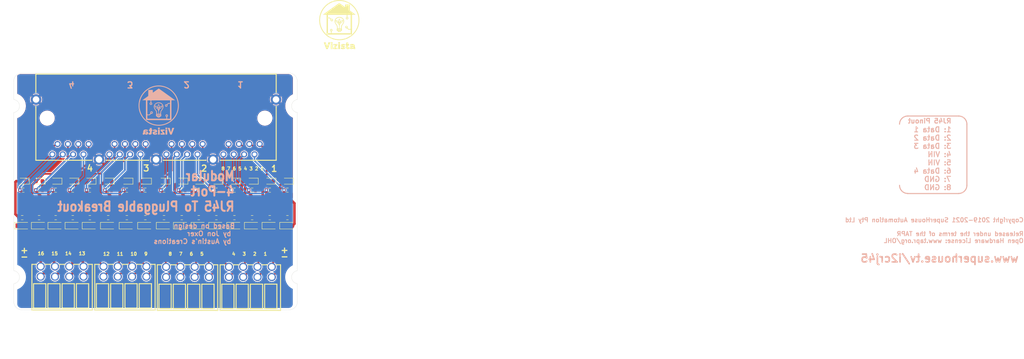
<source format=kicad_pcb>
(kicad_pcb (version 20211014) (generator pcbnew)
  (title_block (title "Modular 4-Port I2CRJ45 Relay Driver Breakout") (rev "2"))
  (layers (0 "F.Cu" signal) (31 "B.Cu" signal) (34 "B.Paste" user) (35 "F.Paste" user) (36 "B.SilkS" user "B.Silkscreen") (37 "F.SilkS" user "F.Silkscreen") (38 "B.Mask" user) (39 "F.Mask" user) (44 "Edge.Cuts" user))
  (net 0 "")
  (net 1 "IN5-")
  (net 2 "IN6-")
  (net 3 "IN7-")
  (net 4 "IN8-")
  (net 5 "IN9-")
  (net 6 "IN10-")
  (net 7 "RC2-")
  (net 8 "RC3-")
  (net 9 "RC4-")
  (net 10 "IN11-")
  (net 11 "IN12-")
  (net 12 "IN1+")
  (net 13 "IN2+")
  (net 14 "IN3+")
  (net 15 "IN4+")
  (net 16 "IN5+")
  (net 17 "IN6+")
  (net 18 "IN7+")
  (net 19 "IN8+")
  (net 20 "IN9+")
  (net 21 "IN10+")
  (net 22 "IN11+")
  (net 23 "IN12+")
  (net 24 "Net-(LED51-Pad1)")
  (net 25 "Net-(LED52-Pad1)")
  (net 26 "Net-(LED53-Pad1)")
  (net 27 "Net-(LED54-Pad1)")
  (net 28 "Net-(LED55-Pad1)")
  (net 29 "Net-(LED56-Pad1)")
  (net 30 "Net-(LED57-Pad1)")
  (net 31 "Net-(LED58-Pad1)")
  (net 32 "IN13+")
  (net 33 "IN14+")
  (net 34 "IN15+")
  (net 35 "IN16+")
  (net 36 "RC1-")
  (net 37 "IN4-")
  (net 38 "IN3-")
  (net 39 "IN2-")
  (net 40 "IN1-")
  (net 41 "RC16-")
  (net 42 "IN16-")
  (net 43 "RC15-")
  (net 44 "IN15-")
  (net 45 "RC14-")
  (net 46 "IN14-")
  (net 47 "RC13-")
  (net 48 "Net-(LED59-Pad1)")
  (net 49 "Net-(LED60-Pad1)")
  (net 50 "Net-(LED61-Pad1)")
  (net 51 "Net-(LED62-Pad1)")
  (net 52 "Net-(LED63-Pad1)")
  (net 53 "Net-(LED64-Pad1)")
  (net 54 "Net-(LED65-Pad1)")
  (net 55 "Net-(LED66-Pad1)")
  (net 56 "IN13-")
  (net 57 "RC12-")
  (net 58 "RC11-")
  (net 59 "RC10-")
  (net 60 "RC9-")
  (net 61 "RC8-")
  (net 62 "RC7-")
  (net 63 "RC6-")
  (net 64 "RC5-")
  (net 65 "GNDPWR")
  (footprint "LED_SMD:LED_0603_1608Metric" (layer "F.Cu") (at 138.049 88.519 180)
    (fp_text reference "LED56" hide)
    (fp_text value "CH6/RED" hide)
  )
  (footprint "Resistor_SMD:R_0603_1608Metric" (layer "F.Cu") (at 151.718 97.4684)
    (fp_text reference "TH59" hide)
    (fp_text value "Fuse_PTC" hide)
  )
  (footprint "VizistaHA:CONN-TH_4P-P3.50_JILN_JL15EDGRHC-35004B02" (layer "F.Cu") (at 126.746 110.6873)
    (fp_text reference "J11" hide)
    (fp_text value "Screw_Terminal_01x08" hide)
  )
  (footprint "Diode_SMD:D_MicroSMP" (layer "F.Cu") (at 142.86215 99.441)
    (fp_text reference "D57" hide)
    (fp_text value "1N4004 SMB" hide)
  )
  (footprint "VizistaHA:CONN-TH_4P-P3.50_JILN_JL15EDGRHC-35004B02" (layer "F.Cu") (at 142.1384 110.6873)
    (fp_text reference "J12" hide)
    (fp_text value "Screw_Terminal_01x08" hide)
  )
  (footprint "Diode_SMD:D_MicroSMP" (layer "F.Cu") (at 160.487 99.441)
    (fp_text reference "D61" hide)
    (fp_text value "1N4004 SMB" hide)
  )
  (footprint "LED_SMD:LED_0603_1608Metric" (layer "F.Cu") (at 181.9798 88.519 180)
    (fp_text reference "LED66" hide)
    (fp_text value "CH8/RED" hide)
  )
  (footprint "Diode_SMD:D_MicroSMP" (layer "F.Cu") (at 169.2193 99.441)
    (fp_text reference "D63" hide)
    (fp_text value "1N4004 SMB" hide)
  )
  (footprint "LED_SMD:LED_0603_1608Metric" (layer "F.Cu") (at 156.0943 88.519 180)
    (fp_text reference "LED60" hide)
    (fp_text value "CH6/RED" hide)
  )
  (footprint "Resistor_SMD:R_0603_1608Metric" (layer "F.Cu") (at 147.1385 90.7217)
    (fp_text reference "R58" hide)
    (fp_text value "10K" hide)
  )
  (footprint "Resistor_SMD:R_0603_1608Metric" (layer "F.Cu") (at 129.3585 97.4684)
    (fp_text reference "TH54" hide)
    (fp_text value "Fuse_PTC" hide)
  )
  (footprint "LED_SMD:LED_0603_1608Metric" (layer "F.Cu") (at 133.5695 88.519 180)
    (fp_text reference "LED55" hide)
    (fp_text value "CH5/RED" hide)
  )
  (footprint "Resistor_SMD:R_0603_1608Metric" (layer "F.Cu") (at 160.2345 97.4684)
    (fp_text reference "TH61" hide)
    (fp_text value "Fuse_PTC" hide)
  )
  (footprint "LED_SMD:LED_0603_1608Metric" (layer "F.Cu") (at 147.1585 88.519 180)
    (fp_text reference "LED58" hide)
    (fp_text value "CH8/RED" hide)
  )
  (footprint "Resistor_SMD:R_0603_1608Metric" (layer "F.Cu") (at 160.242 90.7217)
    (fp_text reference "R61" hide)
    (fp_text value "10K" hide)
  )
  (footprint "LED_SMD:LED_0603_1608Metric" (layer "F.Cu") (at 168.9943 88.519 180)
    (fp_text reference "LED63" hide)
    (fp_text value "CH5/RED" hide)
  )
  (footprint "LED_SMD:LED_0603_1608Metric" (layer "F.Cu") (at 177.6535 88.519 180)
    (fp_text reference "LED65" hide)
    (fp_text value "CH7/RED" hide)
  )
  (footprint "Diode_SMD:D_MicroSMP" (layer "F.Cu") (at 173.5605 99.441)
    (fp_text reference "D64" hide)
    (fp_text value "1N4004 SMB" hide)
  )
  (footprint "Resistor_SMD:R_0603_1608Metric" (layer "F.Cu") (at 156.0743 90.7217)
    (fp_text reference "R60" hide)
    (fp_text value "10K" hide)
  )
  (footprint "LED_SMD:LED_0603_1608Metric" (layer "F.Cu") (at 142.621 88.519 180)
    (fp_text reference "LED57" hide)
    (fp_text value "CH7/RED" hide)
  )
  (footprint "Diode_SMD:D_MicroSMP" (layer "F.Cu") (at 125.42 99.441)
    (fp_text reference "D53" hide)
    (fp_text value "1N4004 SMB" hide)
  )
  (footprint "Resistor_SMD:R_0603_1608Metric" (layer "F.Cu") (at 156.0668 97.4684)
    (fp_text reference "TH60" hide)
    (fp_text value "Fuse_PTC" hide)
  )
  (footprint "Resistor_SMD:R_0603_1608Metric" (layer "F.Cu") (at 125.1675 90.7217)
    (fp_text reference "R53" hide)
    (fp_text value "10K" hide)
  )
  (footprint "Resistor_SMD:R_0603_1608Metric" (layer "F.Cu") (at 138.0355 97.4684)
    (fp_text reference "TH56" hide)
    (fp_text value "Fuse_PTC" hide)
  )
  (footprint "LED_SMD:LED_0603_1608Metric" (layer "F.Cu") (at 125.222 88.519 180)
    (fp_text reference "LED53" hide)
    (fp_text value "CH3/RED" hide)
  )
  (footprint "Resistor_SMD:R_0603_1608Metric" (layer "F.Cu") (at 117.2264 90.7217)
    (fp_text reference "R51" hide)
    (fp_text value "10K" hide)
  )
  (footprint "Resistor_SMD:R_0603_1608Metric" (layer "F.Cu") (at 125.1675 97.4684)
    (fp_text reference "TH53" hide)
    (fp_text value "Fuse_PTC" hide)
  )
  (footprint "LED_SMD:LED_0603_1608Metric" (layer "F.Cu") (at 160.262 88.519 180)
    (fp_text reference "LED61" hide)
    (fp_text value "CH7/RED" hide)
  )
  (footprint "LED_SMD:LED_0603_1608Metric" (layer "F.Cu") (at 173.3355 88.519 180)
    (fp_text reference "LED64" hide)
    (fp_text value "CH6/RED" hide)
  )
  (footprint "Resistor_SMD:R_0603_1608Metric" (layer "F.Cu") (at 129.3585 90.7217)
    (fp_text reference "R54" hide)
    (fp_text value "10K" hide)
  )
  (footprint "Resistor_SMD:R_0603_1608Metric" (layer "F.Cu") (at 142.60965 97.4684)
    (fp_text reference "TH57" hide)
    (fp_text value "Fuse_PTC" hide)
  )
  (footprint "Diode_SMD:D_MicroSMP" (layer "F.Cu") (at 133.802 99.441)
    (fp_text reference "D55" hide)
    (fp_text value "1N4004 SMB" hide)
  )
  (footprint "LED_SMD:LED_0603_1608Metric" (layer "F.Cu") (at 121.1235 88.519 180)
    (fp_text reference "LED52" hide)
    (fp_text value "CH2/RED" hide)
  )
  (footprint "Resistor_SMD:R_0603_1608Metric" (layer "F.Cu") (at 177.6335 90.7217)
    (fp_text reference "R65" hide)
    (fp_text value "10K" hide)
  )
  (footprint "Resistor_SMD:R_0603_1608Metric" (layer "F.Cu") (at 181.9523 97.4684)
    (fp_text reference "TH66" hide)
    (fp_text value "Fuse_PTC" hide)
  )
  (footprint "Resistor_SMD:R_0603_1608Metric" (layer "F.Cu") (at 133.5495 97.4684)
    (fp_text reference "TH55" hide)
    (fp_text value "Fuse_PTC" hide)
  )
  (footprint "Resistor_SMD:R_0603_1608Metric" (layer "F.Cu") (at 147.1385 97.4684)
    (fp_text reference "TH58" hide)
    (fp_text value "Fuse_PTC" hide)
  )
  (footprint "Resistor_SMD:R_0603_1608Metric" (layer "F.Cu") (at 138.0355 90.7217)
    (fp_text reference "R56" hide)
    (fp_text value "10K" hide)
  )
  (footprint "LED_SMD:LED_0603_1608Metric" (layer "F.Cu") (at 151.765 88.519 180)
    (fp_text reference "LED59" hide)
    (fp_text value "CH5/RED" hide)
  )
  (footprint "LED_SMD:LED_0603_1608Metric" (layer "F.Cu") (at 117.2464 88.519 180)
    (fp_text reference "LED51" hide)
    (fp_text value "CH1/RED" hide)
  )
  (footprint "Vizista_Logo:Vizista-Logo-Text-10mm" (layer "F.Cu") (at 194.6656 50.0888)
    (fp_text reference "G***" hide)
    (fp_text value "LOGO" hide)
  )
  (footprint "Resistor_SMD:R_0603_1608Metric" (layer "F.Cu") (at 164.545 97.4684)
    (fp_text reference "TH62" hide)
    (fp_text value "Fuse_PTC" hide)
  )
  (footprint "Resistor_SMD:R_0603_1608Metric" (layer "F.Cu") (at 168.9668 97.4684)
    (fp_text reference "TH63" hide)
    (fp_text value "Fuse_PTC" hide)
  )
  (footprint "Resistor_SMD:R_0603_1608Metric" (layer "F.Cu") (at 173.3155 90.7217)
    (fp_text reference "R64" hide)
    (fp_text value "10K" hide)
  )
  (footprint "Diode_SMD:D_MicroSMP" (layer "F.Cu") (at 147.391 99.441)
    (fp_text reference "D58" hide)
    (fp_text value "1N4004 SMB" hide)
  )
  (footprint "Resistor_SMD:R_0603_1608Metric" (layer "F.Cu") (at 164.5525 90.7217)
    (fp_text reference "R62" hide)
    (fp_text value "10K" hide)
  )
  (footprint "Diode_SMD:D_MicroSMP" (layer "F.Cu") (at 177.8785 99.441)
    (fp_text reference "D65" hide)
    (fp_text value "1N4004 SMB" hide)
  )
  (footprint "Diode_SMD:D_MicroSMP" (layer "F.Cu") (at 156.1705 99.441)
    (fp_text reference "D60" hide)
    (fp_text value "1N4004 SMB" hide)
  )
  (footprint "Diode_SMD:D_MicroSMP" (layer "F.Cu") (at 121.356 99.441)
    (fp_text reference "D52" hide)
    (fp_text value "1N4004 SMB" hide)
  )
  (footprint "Resistor_SMD:R_0603_1608Metric" (layer "F.Cu") (at 181.9598 90.7217)
    (fp_text reference "R66" hide)
    (fp_text value "10K" hide)
  )
  (footprint "Diode_SMD:D_MicroSMP" (layer "F.Cu") (at 129.611 99.441)
    (fp_text reference "D54" hide)
    (fp_text value "1N4004 SMB" hide)
  )
  (footprint "Resistor_SMD:R_0603_1608Metric" (layer "F.Cu") (at 142.60965 90.7217)
    (fp_text reference "R57" hide)
    (fp_text value "10K" hide)
  )
  (footprint "Resistor_SMD:R_0603_1608Metric" (layer "F.Cu") (at 151.7255 90.7217)
    (fp_text reference "R59" hide)
    (fp_text value "10K" hide)
  )
  (footprint "VizistaHA:CONN-TH_4P-P3.50_JILN_JL15EDGRHC-35004B02" (layer "F.Cu") (at 172.8724 110.7889)
    (fp_text reference "J14" hide)
    (fp_text value "Screw_Terminal_01x08" hide)
  )
  (footprint "VizistaHA:CONN-TH_4P-P3.50_JILN_JL15EDGRHC-35004B02" (layer "F.Cu") (at 157.48 110.7889)
    (fp_text reference "J13" hide)
    (fp_text value "Screw_Terminal_01x08" hide)
  )
  (footprint "Resistor_SMD:R_0603_1608Metric" (layer "F.Cu") (at 133.5495 90.7217)
    (fp_text reference "R55" hide)
    (fp_text value "10K" hide)
  )
  (footprint "Resistor_SMD:R_0603_1608Metric" (layer "F.Cu") (at 116.967 97.4684)
    (fp_text reference "TH51" hide)
    (fp_text value "Fuse_PTC" hide)
  )
  (footprint "Resistor_SMD:R_0603_1608Metric" (layer "F.Cu") (at 121.1035 90.7217)
    (fp_text reference "R52" hide)
    (fp_text value "10K" hide)
  )
  (footprint "Diode_SMD:D_MicroSMP" (layer "F.Cu") (at 151.9705 99.441)
    (fp_text reference "D59" hide)
    (fp_text value "1N4004 SMB" hide)
  )
  (footprint "Diode_SMD:D_MicroSMP" (layer "F.Cu") (at 138.288 99.441)
    (fp_text reference "D56" hide)
    (fp_text value "1N4004 SMB" hide)
  )
  (footprint "Resistor_SMD:R_0603_1608Metric" (layer "F.Cu") (at 168.9743 90.7217)
    (fp_text reference "R63" hide)
    (fp_text value "10K" hide)
  )
  (footprint "LED_SMD:LED_0603_1608Metric" (layer "F.Cu") (at 164.719 88.519 180)
    (fp_text reference "LED62" hide)
    (fp_text value "CH8/RED" hide)
  )
  (footprint "Vizista:CONN-TH_DS1129-02-S80BP" (layer "F.Cu") (at 149.7584 75.8444 180)
    (fp_text reference "RJ45-1" hide)
    (fp_text value "R-RJ45R04P-4000" hide)
  )
  (footprint "LED_SMD:LED_0603_1608Metric" (layer "F.Cu") (at 129.3785 88.519 180)
    (fp_text reference "LED54" hide)
    (fp_text value "CH4/RED" hide)
  )
  (footprint "Resistor_SMD:R_0603_1608Metric" (layer "F.Cu") (at 177.626 97.4684)
    (fp_text reference "TH65" hide)
    (fp_text value "Fuse_PTC" hide)
  )
  (footprint "Diode_SMD:D_MicroSMP" (layer "F.Cu") (at 117.2195 99.441)
    (fp_text reference "D51" hide)
    (fp_text value "1N4004 SMB" hide)
  )
  (footprint "Resistor_SMD:R_0603_1608Metric" (layer "F.Cu") (at 121.1035 97.4684)
    (fp_text reference "TH52" hide)
    (fp_text value "Fuse_PTC" hide)
  )
  (footprint "Resistor_SMD:R_0603_1608Metric" (layer "F.Cu") (at 173.308 97.4684)
    (fp_text reference "TH64" hide)
    (fp_text value "Fuse_PTC" hide)
  )
  (footprint "Diode_SMD:D_MicroSMP" (layer "F.Cu") (at 182.2048 99.441)
    (fp_text reference "D66" hide)
    (fp_text value "1N4004 SMB" hide)
  )
  (footprint "Diode_SMD:D_MicroSMP" (layer "F.Cu") (at 164.7975 99.441)
    (fp_text reference "D62" hide)
    (fp_text value "1N4004 SMB" hide)
  )
  (footprint "Vizista_Logo:Vizista-Logo-Text-10mm" (layer "B.Cu") (at 150.4188 71.0692 180)
    (fp_text reference "G***" hide)
    (fp_text value "LOGO" hide)
  )
  (gr_line (start 348.456014 74.534986) (end 348.456014 89.534986) (layer "B.SilkS") (width 0.254))
  (gr_arc (start 348.456014 89.534986) (mid 347.870233 90.949214) (end 346.456014 91.534986) (layer "B.SilkS") (width 0.254))
  (gr_arc (start 333.956014 91.534986) (mid 332.541796 90.949204) (end 331.956014 89.534986) (layer "B.SilkS") (width 0.254))
  (gr_arc (start 346.456014 72.534986) (mid 347.870223 73.120777) (end 348.456014 74.534986) (layer "B.SilkS") (width 0.254))
  (gr_arc (start 331.956014 74.534986) (mid 332.541806 73.120786) (end 333.956014 72.534986) (layer "B.SilkS") (width 0.254))
  (gr_line (start 346.451014 91.559986) (end 333.951014 91.559986) (layer "B.SilkS") (width 0.254))
  (gr_line (start 333.956014 72.534986) (end 346.456014 72.534986) (layer "B.SilkS") (width 0.254))
  (gr_line (start 184.396 71.682) (end 184.396 110.482) (layer "Edge.Cuts") (width 0.05))
  (gr_line (start 184.396 113.682) (end 184.396 118.082) (layer "Edge.Cuts") (width 0.05))
  (gr_line (start 182.396 120.082) (end 116.896 120.082) (layer "Edge.Cuts") (width 0.05))
  (gr_arc (start 184.396 118.082) (mid 183.810214 119.496214) (end 182.396 120.082) (layer "Edge.Cuts") (width 0.05))
  (gr_arc (start 184.396 71.682) (mid 182.984161 70.082) (end 184.396 68.482) (layer "Edge.Cuts") (width 0.05))
  (gr_arc (start 182.380186 61.999814) (mid 183.7944 62.5856) (end 184.380186 63.999814) (layer "Edge.Cuts") (width 0.05))
  (gr_line (start 114.896 118.082) (end 114.896 113.682) (layer "Edge.Cuts") (width 0.05))
  (gr_arc (start 114.896 110.482) (mid 116.307839 112.082) (end 114.896 113.682) (layer "Edge.Cuts") (width 0.05))
  (gr_arc (start 114.880186 63.999814) (mid 115.465972 62.5856) (end 116.880186 61.999814) (layer "Edge.Cuts") (width 0.05))
  (gr_line (start 114.880186 63.999814) (end 114.896 68.482) (layer "Edge.Cuts") (width 0.05))
  (gr_arc (start 184.396 113.682) (mid 182.984161 112.082) (end 184.396 110.482) (layer "Edge.Cuts") (width 0.05))
  (gr_line (start 184.396 68.482) (end 184.380186 63.999814) (layer "Edge.Cuts") (width 0.05))
  (gr_line (start 116.880186 61.999814) (end 182.380186 61.999814) (layer "Edge.Cuts") (width 0.05))
  (gr_arc (start 114.896 68.482) (mid 116.307839 70.082) (end 114.896 71.682) (layer "Edge.Cuts") (width 0.05))
  (gr_arc (start 116.896 120.082) (mid 115.481786 119.496214) (end 114.896 118.082) (layer "Edge.Cuts") (width 0.05))
  (gr_line (start 114.896 71.682) (end 114.896 110.482) (layer "Edge.Cuts") (width 0.05))
  (gr_text "3" (at 143.4084 64.8208 -180) (layer "B.SilkS") (effects (font (size 1.5 1.5) (thickness 0.3)) (justify mirror)))
  (gr_text "www.superhouse.tv/i2crj45" (at 341.757 108.585) (layer "B.SilkS") (effects (font (size 1.909 1.909) (thickness 0.391)) (justify bottom mirror)))
  (gr_text "Modular\n4-Port\nRJ45 To Pluggable Breakout" (at 169.2148 96.1136) (layer "B.SilkS") (effects (font (size 2.324 2) (thickness 0.476)) (justify left bottom mirror)))
  (gr_text "1" (at 170.4594 64.8208 -180) (layer "B.SilkS") (effects (font (size 1.5 1.5) (thickness 0.3)) (justify mirror)))
  (gr_text "4" (at 129.0574 64.8208 -180) (layer "B.SilkS") (effects (font (size 1.5 1.5) (thickness 0.3)) (justify mirror)))
  (gr_text "1: Data 1\n2: Data 2\n3: Data 3\n4: VIN\n5: VIN\n6: Data 4\n7: GND\n8: GND" (at 344.773014 90.797986) (layer "B.SilkS") (effects (font (size 1.26 1.26) (thickness 0.24)) (justify left bottom mirror)))
  (gr_text "2" (at 157.2514 64.8208 -180) (layer "B.SilkS") (effects (font (size 1.5 1.5) (thickness 0.3)) (justify mirror)))
  (gr_text "RJ45 Pinout" (at 344.773014 74.414986) (layer "B.SilkS") (effects (font (size 1.148 1.148) (thickness 0.252)) (justify left bottom mirror)))
  (gr_text "Copyright 2019-2021 SuperHouse Automation Pty Ltd\n\nReleased under the terms of the TAPR\nOpen Hardware License: www.tapr.org/OHL" (at 362.458 103.759) (layer "B.SilkS") (effects (font (size 1.0541 1.0541) (thickness 0.2159)) (justify left bottom mirror)))
  (gr_text "Based on design \n by Jon Oxer\n by Austin's Creations\n" (at 169.2148 103.9876) (layer "B.SilkS") (effects (font (size 1.180592 1.180592) (thickness 0.241808)) (justify left bottom mirror)))
  (gr_text "4   3   2   1" (at 172.6692 106.3752) (layer "F.SilkS") (effects (font (size 0.8 0.8) (thickness 0.2))))
  (gr_text "4" (at 133.5532 85.344) (layer "F.SilkS") (effects (font (size 1.5 1.5) (thickness 0.3))))
  (gr_text "8 7 6 5 4 3 2 1" (at 170.9928 85.4456) (layer "F.SilkS") (effects (font (size 0.8 0.8) (thickness 0.2))))
  (gr_text "2" (at 161.544 85.3948) (layer "F.SilkS") (effects (font (size 1.5 1.5) (thickness 0.3))))
  (gr_text "16   15   14   13" (at 126.5936 106.2736) (layer "F.SilkS") (effects (font (size 0.8 0.8) (thickness 0.2))))
  (gr_text "+" (at 117.5004 105.4608) (layer "F.SilkS") (effects (font (size 1.5 1.5) (thickness 0.3))))
  (gr_text "12   11   10   9" (at 142.24 106.3752) (layer "F.SilkS") (effects (font (size 0.8 0.8) (thickness 0.2))))
  (gr_text "-" (at 117.5004 107.0356) (layer "F.SilkS") (effects (font (size 1.5 1.5) (thickness 0.3))))
  (gr_text "+" (at 181.2544 105.41) (layer "F.SilkS") (effects (font (size 1.5 1.5) (thickness 0.3))))
  (gr_text "-" (at 181.2544 106.9848) (layer "F.SilkS") (effects (font (size 1.5 1.5) (thickness 0.3))))
  (gr_text "8   7   6   5" (at 157.1244 106.3752) (layer "F.SilkS") (effects (font (size 0.8 0.8) (thickness 0.2))))
  (gr_text "1" (at 178.7144 85.4456) (layer "F.SilkS") (effects (font (size 1.5 1.5) (thickness 0.3))))
  (gr_text "3" (at 147.3708 85.344) (layer "F.SilkS") (effects (font (size 1.5 1.5) (thickness 0.3))))
  (segment (start 163.7275 91.402) (end 166.2748 93.9493) (width 0.6096) (layer "F.Cu") (net 1))
  (segment (start 165.8175 99.441) (end 166.2748 98.9837) (width 0.6096) (layer "F.Cu") (net 1))
  (segment (start 164.5356 110.2333) (end 162.73 112.0389) (width 0.4064) (layer "F.Cu") (net 1))
  (segment (start 163.7275 90.7217) (end 163.7275 91.402) (width 0.6096) (layer "F.Cu") (net 1))
  (segment (start 165.8175 99.8974) (end 164.5356 101.1793) (width 0.4064) (layer "F.Cu") (net 1))
  (segment (start 164.5356 101.1793) (end 164.5356 110.2333) (width 0.4064) (layer "F.Cu") (net 1))
  (segment (start 165.8175 99.441) (end 165.8175 99.8974) (width 0.4064) (layer "F.Cu") (net 1))
  (segment (start 166.2748 98.9837) (end 166.2748 93.9493) (width 0.6096) (layer "F.Cu") (net 1))
  (via (at 163.7275 90.7217) (size 0.8) (drill 0.4) (layers "F.Cu" "B.Cu") (net 1))
  (segment (start 159.9184 81.9394) (end 159.9184 86.9126) (width 0.4064) (layer "B.Cu") (net 1))
  (segment (start 159.9184 86.9126) (end 163.7275 90.7217) (width 0.4064) (layer "B.Cu") (net 1))
  (segment (start 161.507 100.2474) (end 160.88461 100.86979) (width 0.4064) (layer "F.Cu") (net 2))
  (segment (start 161.9758 98.9722) (end 161.9758 93.9608) (width 0.6096) (layer "F.Cu") (net 2))
  (segment (start 159.417 90.7217) (end 159.417 91.402) (width 0.6096) (layer "F.Cu") (net 2))
  (segment (start 161.507 99.441) (end 161.507 100.2474) (width 0.4064) (layer "F.Cu") (net 2))
  (segment (start 159.417 91.402) (end 161.9758 93.9608) (width 0.6096) (layer "F.Cu") (net 2))
  (segment (start 161.507 99.441) (end 161.9758 98.9722) (width 0.6096) (layer "F.Cu") (net 2))
  (segment (start 160.88461 110.38429) (end 159.23 112.0389) (width 0.4064) (layer "F.Cu") (net 2))
  (segment (start 160.88461 100.86979) (end 160.88461 110.38429) (width 0.4064) (layer "F.Cu") (net 2))
  (via (at 159.417 90.7217) (size 0.8) (drill 0.4) (layers "F.Cu" "B.Cu") (net 2))
  (segment (start 158.5971 91.5416) (end 159.417 90.7217) (width 0.4064) (layer "B.Cu") (net 2))
  (segment (start 154.8384 81.9394) (end 154.0884 82.6894) (width 0.4064) (layer "B.Cu") (net 2))
  (segment (start 154.933303 91.5416) (end 158.5971 91.5416) (width 0.4064) (layer "B.Cu") (net 2))
  (segment (start 154.0884 90.696697) (end 154.933303 91.5416) (width 0.4064) (layer "B.Cu") (net 2))
  (segment (start 154.0884 82.6894) (end 154.0884 90.696697) (width 0.4064) (layer "B.Cu") (net 2))
  (segment (start 157.1905 99.441) (end 157.1905 100.2474) (width 0.4064) (layer "F.Cu") (net 3))
  (segment (start 157.1905 99.441) (end 157.7966 98.8349) (width 0.6096) (layer "F.Cu") (net 3))
  (segment (start 157.1905 100.2474) (end 157.3784 100.4353) (width 0.4064) (layer "F.Cu") (net 3))
  (segment (start 157.7966 94.9316) (end 157.0168 94.1518) (width 0.6096) (layer "F.Cu") (net 3))
  (segment (start 157.0168 94.1518) (end 157.0168 92.5008) (width 0.6096) (layer "F.Cu") (net 3))
  (segment (start 155.2493 90.7333) (end 157.0168 92.5008) (width 0.6096) (layer "F.Cu") (net 3))
  (segment (start 157.3784 110.3905) (end 155.73 112.0389) (width 0.4064) (layer "F.Cu") (net 3))
  (segment (start 155.2493 90.7217) (end 155.2493 90.7333) (width 0.6096) (layer "F.Cu") (net 3))
  (segment (start 157.3784 100.4353) (end 157.3784 110.3905) (width 0.4064) (layer "F.Cu") (net 3))
  (segment (start 157.7966 98.8349) (end 157.7966 94.9316) (width 0.6096) (layer "F.Cu") (net 3))
  (via (at 155.2493 90.7217) (size 0.8) (drill 0.4) (layers "F.Cu" "B.Cu") (net 3))
  (segment (start 157.3784 81.9394) (end 156.1084 83.2094) (width 0.4064) (layer "B.Cu") (net 3))
  (segment (start 156.1084 83.2094) (end 156.1084 89.8626) (width 0.4064) (layer "B.Cu") (net 3))
  (segment (start 156.1084 89.8626) (end 155.2493 90.7217) (width 0.4064) (layer "B.Cu") (net 3))
  (segment (start 152.668 92.4892) (end 150.9426 90.7638) (width 0.6096) (layer "F.Cu") (net 4))
  (segment (start 150.9426 90.7638) (end 150.9005 90.7217) (width 0.6096) (layer "F.Cu") (net 4))
  (segment (start 152.668 93.867) (end 152.668 92.4892) (width 0.6096) (layer "F.Cu") (net 4))
  (segment (start 153.797 94.996) (end 153.797 98.6345) (width 0.6096) (layer "F.Cu") (net 4))
  (segment (start 153.797 98.6345) (end 152.9905 99.441) (width 0.6096) (layer "F.Cu") (net 4))
  (segment (start 152.668 93.867) (end 153.797 94.996) (width 0.6096) (layer "F.Cu") (net 4))
  (segment (start 153.924 100.3745) (end 153.924 110.3449) (width 0.4064) (layer "F.Cu") (net 4))
  (segment (start 153.924 110.3449) (end 152.23 112.0389) (width 0.4064) (layer "F.Cu") (net 4))
  (segment (start 152.9905 99.441) (end 153.924 100.3745) (width 0.4064) (layer "F.Cu") (net 4))
  (via (at 150.9426 90.7638) (size 0.8) (drill 0.4) (layers "F.Cu" "B.Cu") (net 4))
  (segment (start 152.2984 81.9394) (end 152.2984 89.408) (width 0.4064) (layer "B.Cu") (net 4))
  (segment (start 152.2984 89.408) (end 150.9426 90.7638) (width 0.4064) (layer "B.Cu") (net 4))
  (segment (start 146.3135 91.3945) (end 148.8683 93.9493) (width 0.6096) (layer "F.Cu") (net 5))
  (segment (start 146.3135 90.7217) (end 146.3135 91.3945) (width 0.6096) (layer "F.Cu") (net 5))
  (segment (start 149.0472 110.2785) (end 147.3884 111.9373) (width 0.4064) (layer "F.Cu") (net 5))
  (segment (start 148.411 99.441) (end 148.8683 98.9837) (width 0.6096) (layer "F.Cu") (net 5))
  (segment (start 148.411 99.441) (end 148.411 100.89) (width 0.4064) (layer "F.Cu") (net 5))
  (segment (start 148.8683 98.9837) (end 148.8683 93.9493) (width 0.6096) (layer "F.Cu") (net 5))
  (segment (start 148.411 100.89) (end 149.0472 101.5262) (width 0.4064) (layer "F.Cu") (net 5))
  (segment (start 149.0472 101.5262) (end 149.0472 110.2785) (width 0.4064) (layer "F.Cu") (net 5))
  (via (at 146.3135 90.7217) (size 0.8) (drill 0.4) (layers "F.Cu" "B.Cu") (net 5))
  (segment (start 145.9484 90.3566) (end 146.3135 90.7217) (width 0.4064) (layer "B.Cu") (net 5))
  (segment (start 145.9484 81.9394) (end 145.9484 90.3566) (width 0.4064) (layer "B.Cu") (net 5))
  (segment (start 145.1896 100.74845) (end 145.1896 108.1564) (width 0.4064) (layer "F.Cu") (net 6))
  (segment (start 145.1896 108.1564) (end 145.2916 108.2584) (width 0.4064) (layer "F.Cu") (net 6))
  (segment (start 145.2916 110.5341) (end 143.8884 111.9373) (width 0.4064) (layer "F.Cu") (net 6))
  (segment (start 143.55965 93.1695) (end 144.33945 93.9493) (width 0.6096) (layer "F.Cu") (net 6))
  (segment (start 143.88215 99.441) (end 145.1896 100.74845) (width 0.4064) (layer "F.Cu") (net 6))
  (segment (start 145.2916 108.2584) (end 145.2916 110.5341) (width 0.4064) (layer "F.Cu") (net 6))
  (segment (start 143.55965 92.4967) (end 141.78465 90.7217) (width 0.6096) (layer "F.Cu") (net 6))
  (segment (start 143.55965 93.1695) (end 143.55965 92.4967) (width 0.6096) (layer "F.Cu") (net 6))
  (segment (start 144.33945 93.9493) (end 144.33945 98.9837) (width 0.6096) (layer "F.Cu") (net 6))
  (segment (start 144.33945 98.9837) (end 143.88215 99.441) (width 0.6096) (layer "F.Cu") (net 6))
  (via (at 141.78465 90.7217) (size 0.8) (drill 0.4) (layers "F.Cu" "B.Cu") (net 6))
  (segment (start 136.4073 86.4005) (end 136.4073 91.054397) (width 0.4064) (layer "B.Cu") (net 6))
  (segment (start 136.4073 91.054397) (end 136.894503 91.5416) (width 0.4064) (layer "B.Cu") (net 6))
  (segment (start 136.894503 91.5416) (end 140.96475 91.5416) (width 0.4064) (layer "B.Cu") (net 6))
  (segment (start 140.8684 81.9394) (end 136.4073 86.4005) (width 0.4064) (layer "B.Cu") (net 6))
  (segment (start 140.96475 91.5416) (end 141.78465 90.7217) (width 0.4064) (layer "B.Cu") (net 6))
  (segment (start 178.451 97.4684) (end 178.451 97.9885) (width 0.6096) (layer "F.Cu") (net 7))
  (segment (start 178.451 97.9885) (end 176.9985 99.441) (width 0.6096) (layer "F.Cu") (net 7))
  (segment (start 176.9985 99.441) (end 176.9985 100.3187) (width 0.4064) (layer "F.Cu") (net 7))
  (segment (start 174.8536 102.4636) (end 174.8536 109.3077) (width 0.4064) (layer "F.Cu") (net 7))
  (segment (start 174.8536 109.3077) (end 174.6224 109.5389) (width 0.4064) (layer "F.Cu") (net 7))
  (segment (start 176.9985 100.3187) (end 174.8536 102.4636) (width 0.4064) (layer "F.Cu") (net 7))
  (segment (start 174.133 97.9885) (end 172.6805 99.441) (width 0.6096) (layer "F.Cu") (net 8))
  (segment (start 174.133 97.4684) (end 174.133 97.9885) (width 0.6096) (layer "F.Cu") (net 8))
  (segment (start 171.5516 100.5699) (end 171.5516 109.1097) (width 0.4064) (layer "F.Cu") (net 8))
  (segment (start 172.6805 99.441) (end 171.5516 100.5699) (width 0.4064) (layer "F.Cu") (net 8))
  (segment (start 171.5516 109.1097) (end 171.1224 109.5389) (width 0.4064) (layer "F.Cu") (net 8))
  (segment (start 169.7918 97.9885) (end 168.3393 99.441) (width 0.6096) (layer "F.Cu") (net 9))
  (segment (start 168.3393 99.441) (end 166.116 101.6643) (width 0.4064) (layer "F.Cu") (net 9))
  (segment (start 166.116 108.0325) (end 167.6224 109.5389) (width 0.4064) (layer "F.Cu") (net 9))
  (segment (start 166.116 101.6643) (end 166.116 108.0325) (width 0.4064) (layer "F.Cu") (net 9))
  (segment (start 169.7918 97.4684) (end 169.7918 97.9885) (width 0.6096) (layer "F.Cu") (net 9))
  (segment (start 137.2105 90.7217) (end 137.2105 90.7285) (width 0.6096) (layer "F.Cu") (net 10))
  (segment (start 139.7653 98.9837) (end 139.308 99.441) (width 0.6096) (layer "F.Cu") (net 10))
  (segment (start 141.7916 110.5341) (end 140.3884 111.9373) (width 0.4064) (layer "F.Cu") (net 10))
  (segment (start 138.9855 92.5035) (end 138.9855 93.1695) (width 0.6096) (layer "F.Cu") (net 10))
  (segment (start 137.2105 90.7285) (end 138.9855 92.5035) (width 0.6096) (layer "F.Cu") (net 10))
  (segment (start 139.7653 93.9493) (end 139.7653 98.9837) (width 0.6096) (layer "F.Cu") (net 10))
  (segment (start 141.7916 101.9246) (end 141.7916 110.5341) (width 0.4064) (layer "F.Cu") (net 10))
  (segment (start 138.9855 93.1695) (end 139.7653 93.9493) (width 0.6096) (layer "F.Cu") (net 10))
  (segment (start 139.308 99.441) (end 141.7916 101.9246) (width 0.4064) (layer "F.Cu") (net 10))
  (via (at 137.2105 90.7217) (size 0.8) (drill 0.4) (layers "F.Cu" "B.Cu") (net 10))
  (segment (start 143.4084 81.9394) (end 142.1384 83.2094) (width 0.4064) (layer "B.Cu") (net 10))
  (segment (start 142.1384 83.2094) (end 142.1384 85.7938) (width 0.4064) (layer "B.Cu") (net 10))
  (segment (start 142.1384 85.7938) (end 137.2105 90.7217) (width 0.4064) (layer "B.Cu") (net 10))
  (segment (start 135.382 94.179) (end 135.382 98.881) (width 0.6096) (layer "F.Cu") (net 11))
  (segment (start 135.382 98.881) (end 134.822 99.441) (width 0.6096) (layer "F.Cu") (net 11))
  (segment (start 134.3725 92.7165) (end 134.3725 93.1695) (width 0.6096) (layer "F.Cu") (net 11))
  (segment (start 132.7245 91.0685) (end 134.3725 92.7165) (width 0.6096) (layer "F.Cu") (net 11))
  (segment (start 134.3725 93.1695) (end 135.382 94.179) (width 0.6096) (layer "F.Cu") (net 11))
  (segment (start 138.2916 102.9106) (end 138.2916 110.5341) (width 0.4064) (layer "F.Cu") (net 11))
  (segment (start 132.7245 90.7217) (end 132.7245 91.0685) (width 0.6096) (layer "F.Cu") (net 11))
  (segment (start 134.822 99.441) (end 138.2916 102.9106) (width 0.4064) (layer "F.Cu") (net 11))
  (segment (start 138.2916 110.5341) (end 136.8884 111.9373) (width 0.4064) (layer "F.Cu") (net 11))
  (via (at 132.7245 90.7217) (size 0.8) (drill 0.4) (layers "F.Cu" "B.Cu") (net 11))
  (segment (start 138.3284 83.62182) (end 132.7245 89.22572) (width 0.4064) (layer "B.Cu") (net 11))
  (segment (start 138.3284 81.9394) (end 138.3284 83.62182) (width 0.4064) (layer "B.Cu") (net 11))
  (segment (start 132.7245 89.22572) (end 132.7245 90.7217) (width 0.4064) (layer "B.Cu") (net 11))
  (segment (start 181.1923 88.519) (end 181.1923 85.4333) (width 0.4064) (layer "F.Cu") (net 12))
  (segment (start 181.1923 88.519) (end 180.1927 89.5186) (width 0.6096) (layer "F.Cu") (net 12))
  (segment (start 180.1927 96.5338) (end 181.1273 97.4684) (width 0.6096) (layer "F.Cu") (net 12))
  (segment (start 180.1927 89.5186) (end 180.1927 96.5338) (width 0.6096) (layer "F.Cu") (net 12))
  (segment (start 181.1923 85.4333) (end 175.1584 79.3994) (width 0.4064) (layer "F.Cu") (net 12))
  (segment (start 172.979272 79.3994) (end 172.6184 79.3994) (width 0.4064) (layer "F.Cu") (net 13))
  (segment (start 175.9037 89.4813) (end 175.9037 96.5711) (width 0.6096) (layer "F.Cu") (net 13))
  (segment (start 176.866 88.519) (end 176.866 83.286128) (width 0.4064) (layer "F.Cu") (net 13))
  (segment (start 175.9037 96.5711) (end 176.801 97.4684) (width 0.6096) (layer "F.Cu") (net 13))
  (segment (start 176.866 88.519) (end 175.9037 89.4813) (width 0.6096) (layer "F.Cu") (net 13))
  (segment (start 176.866 83.286128) (end 172.979272 79.3994) (width 0.4064) (layer "F.Cu") (net 13))
  (segment (start 172.548 81.508128) (end 170.439272 79.3994) (width 0.4064) (layer "F.Cu") (net 14))
  (segment (start 172.548 88.519) (end 171.5857 89.4813) (width 0.6096) (layer "F.Cu") (net 14))
  (segment (start 171.5857 96.5711) (end 172.483 97.4684) (width 0.6096) (layer "F.Cu") (net 14))
  (segment (start 172.548 88.519) (end 172.548 81.508128) (width 0.4064) (layer "F.Cu") (net 14))
  (segment (start 171.5857 89.4813) (end 171.5857 96.5711) (width 0.6096) (layer "F.Cu") (net 14))
  (segment (start 170.439272 79.3994) (end 170.0784 79.3994) (width 0.4064) (layer "F.Cu") (net 14))
  (segment (start 167.2445 89.4813) (end 167.2445 96.5711) (width 0.6096) (layer "F.Cu") (net 15))
  (segment (start 168.2068 88.519) (end 167.5384 87.8506) (width 0.4064) (layer "F.Cu") (net 15))
  (segment (start 167.5384 87.8506) (end 167.5384 79.3994) (width 0.4064) (layer "F.Cu") (net 15))
  (segment (start 168.2068 88.519) (end 167.2445 89.4813) (width 0.6096) (layer "F.Cu") (net 15))
  (segment (start 167.2445 96.5711) (end 168.1418 97.4684) (width 0.6096) (layer "F.Cu") (net 15))
  (segment (start 161.1884 85.7759) (end 161.1884 79.3994) (width 0.4064) (layer "F.Cu") (net 16))
  (segment (start 162.8227 96.5711) (end 163.72 97.4684) (width 0.6096) (layer "F.Cu") (net 16))
  (segment (start 163.9315 88.519) (end 161.1884 85.7759) (width 0.4064) (layer "F.Cu") (net 16))
  (segment (start 163.9315 88.519) (end 162.8227 89.6278) (width 0.6096) (layer "F.Cu") (net 16))
  (segment (start 162.8227 89.6278) (end 162.8227 96.5711) (width 0.6096) (layer "F.Cu") (net 16))
  (segment (start 159.4095 94.8427) (end 159.4095 97.4684) (width 0.6096) (layer "F.Cu") (net 17))
  (segment (start 159.4745 88.519) (end 158.6484 87.6929) (width 0.4064) (layer "F.Cu") (net 17))
  (segment (start 158.6484 87.6929) (end 158.6484 79.3994) (width 0.4064) (layer "F.Cu") (net 17))
  (segment (start 158.5122 89.4813) (end 158.5122 93.9454) (width 0.6096) (layer "F.Cu") (net 17))
  (segment (start 158.5122 93.9454) (end 159.4095 94.8427) (width 0.6096) (layer "F.Cu") (net 17))
  (segment (start 159.4745 88.519) (end 158.5122 89.4813) (width 0.6096) (layer "F.Cu") (net 17))
  (segment (start 154.3304 93.726) (end 155.2418 94.6374) (width 0.6096) (layer "F.Cu") (net 18))
  (segment (start 155.2418 94.6374) (end 155.2418 97.4684) (width 0.6096) (layer "F.Cu") (net 18))
  (segment (start 155.316072 83.0926) (end 156.1084 82.300272) (width 0.4064) (layer "F.Cu") (net 18))
  (segment (start 155.3068 88.519) (end 154.3304 89.4954) (width 0.6096) (layer "F.Cu") (net 18))
  (segment (start 154.3304 89.4954) (end 154.3304 93.726) (width 0.6096) (layer "F.Cu") (net 18))
  (segment (start 155.3068 83.0926) (end 155.316072 83.0926) (width 0.4064) (layer "F.Cu") (net 18))
  (segment (start 156.1084 82.300272) (end 156.1084 79.3994) (width 0.4064) (layer "F.Cu") (net 18))
  (segment (start 155.3068 88.519) (end 155.3068 83.0926) (width 0.4064) (layer "F.Cu") (net 18))
  (segment (start 149.9616 96.537) (end 150.893 97.4684) (width 0.6096) (layer "F.Cu") (net 19))
  (segment (start 149.9616 89.5349) (end 149.9616 96.537) (width 0.6096) (layer "F.Cu") (net 19))
  (segment (start 153.5684 85.9281) (end 153.5684 79.3994) (width 0.4064) (layer "F.Cu") (net 19))
  (segment (start 150.9775 88.519) (end 149.9616 89.5349) (width 0.6096) (layer "F.Cu") (net 19))
  (segment (start 150.9775 88.519) (end 153.5684 85.9281) (width 0.4064) (layer "F.Cu") (net 19))
  (segment (start 146.304 97.4589) (end 146.3135 97.4684) (width 0.6096) (layer "F.Cu") (net 20))
  (segment (start 146.304 94.948527) (end 146.304 97.4589) (width 0.6096) (layer "F.Cu") (net 20))
  (segment (start 146.371 88.519) (end 147.2184 87.6716) (width 0.4064) (layer "F.Cu") (net 20))
  (segment (start 145.3789 94.023427) (end 146.304 94.948527) (width 0.6096) (layer "F.Cu") (net 20))
  (segment (start 147.2184 87.6716) (end 147.2184 79.3994) (width 0.4064) (layer "F.Cu") (net 20))
  (segment (start 146.371 88.519) (end 145.3789 89.5111) (width 0.6096) (layer "F.Cu") (net 20))
  (segment (start 145.3789 89.5111) (end 145.3789 94.023427) (width 0.6096) (layer "F.Cu") (net 20))
  (segment (start 141.8335 88.519) (end 144.6784 85.6741) (width 0.4064) (layer "F.Cu") (net 21))
  (segment (start 140.87985 89.47265) (end 140.87985 96.5636) (width 0.6096) (layer "F.Cu") (net 21))
  (segment (start 144.6784 85.6741) (end 144.6784 79.3994) (width 0.4064) (layer "F.Cu") (net 21))
  (segment (start 140.87985 96.5636) (end 141.78465 97.4684) (width 0.6096) (layer "F.Cu") (net 21))
  (segment (start 141.8335 88.519) (end 140.87985 89.47265) (width 0.6096) (layer "F.Cu") (net 21))
  (segment (start 136.1948 89.5857) (end 136.1948 96.4527) (width 0.6096) (layer "F.Cu") (net 22))
  (segment (start 142.1384 83.2094) (end 142.1384 79.3994) (width 0.4064) (layer "F.Cu") (net 22))
  (segment (start 137.2615 88.519) (end 136.1948 89.5857) (width 0.6096) (layer "F.Cu") (net 22))
  (segment (start 136.1948 96.4527) (end 137.2105 97.4684) (width 0.6096) (layer "F.Cu") (net 22))
  (segment (start 137.2615 88.0863) (end 142.1384 83.2094) (width 0.4064) (layer "F.Cu") (net 22))
  (segment (start 137.2615 88.519) (end 137.2615 88.0863) (width 0.4064) (layer "F.Cu") (net 22))
  (segment (start 134.6362 86.6648) (end 136.0932 86.6648) (width 0.4064) (layer "F.Cu") (net 23))
  (segment (start 136.0932 86.6648) (end 139.5984 83.1596) (width 0.4064) (layer "F.Cu") (net 23))
  (segment (start 139.5984 83.1596) (end 139.5984 79.3994) (width 0.4064) (layer "F.Cu") (net 23))
  (segment (start 132.7245 94.6245) (end 132.7245 97.4684) (width 0.6096) (layer "F.Cu") (net 23))
  (segment (start 132.782 88.519) (end 134.6362 86.6648) (width 0.4064) (layer "F.Cu") (net 23))
  (segment (start 132.782 88.519) (end 131.8197 89.4813) (width 0.6096) (layer "F.Cu") (net 23))
  (segment (start 131.8197 93.7197) (end 132.7245 94.6245) (width 0.6096) (layer "F.Cu") (net 23))
  (segment (start 131.8197 89.4813) (end 131.8197 93.7197) (width 0.6096) (layer "F.Cu") (net 23))
  (segment (start 117.7745 88.519) (end 117.7745 90.5287) (width 0.6096) (layer "F.Cu") (net 24))
  (segment (start 117.7745 90.5287) (end 117.792 90.5462) (width 0.6096) (layer "F.Cu") (net 24))
  (segment (start 121.911 90.5772) (end 121.9285 90.5947) (width 0.6096) (layer "F.Cu") (net 25))
  (segment (start 121.911 88.519) (end 121.911 90.5772) (width 0.6096) (layer "F.Cu") (net 25))
  (segment (start 126.0095 88.519) (end 125.9925 88.536) (width 0.6096) (layer "F.Cu") (net 26))
  (segment (start 125.9925 88.536) (end 125.9925 90.5947) (width 0.6096) (layer "F.Cu") (net 26))
  (segment (start 130.166 90.5772) (end 130.1835 90.5947) (width 0.6096) (layer "F.Cu") (net 27))
  (segment (start 130.166 88.519) (end 130.166 90.5772) (width 0.6096) (layer "F.Cu") (net 27))
  (segment (start 134.357 90.7042) (end 134.3745 90.7217) (width 0.6096) (layer "F.Cu") (net 28))
  (segment (start 134.357 88.519) (end 134.357 90.7042) (width 0.6096) (layer "F.Cu") (net 28))
  (segment (start 138.8365 88.519) (end 138.8365 90.6977) (width 0.6096) (layer "F.Cu") (net 29))
  (segment (start 138.8365 90.6977) (end 138.8605 90.7217) (width 0.6096) (layer "F.Cu") (net 29))
  (segment (start 143.4085 88.519) (end 143.4085 90.7387) (width 0.6096) (layer "F.Cu") (net 30))
  (segment (start 147.946 90.7042) (end 147.9635 90.7217) (width 0.6096) (layer "F.Cu") (net 31))
  (segment (start 147.946 88.519) (end 147.946 90.7042) (width 0.6096) (layer "F.Cu") (net 31))
  (segment (start 128.591 88.519) (end 128.591 88.4774) (width 0.4064) (layer "F.Cu") (net 32))
  (segment (start 133.2484 83.82) (end 133.2484 79.3994) (width 0.4064) (layer "F.Cu") (net 32))
  (segment (start 128.591 88.4774) (end 133.2484 83.82) (width 0.4064) (layer "F.Cu") (net 32))
  (segment (start 127.6287 89.4813) (end 127.6287 94.053228) (width 0.6096) (layer "F.Cu") (net 32))
  (segment (start 128.5335 94.958028) (end 128.5335 97.4684) (width 0.6096) (layer "F.Cu") (net 32))
  (segment (start 127.6287 94.053228) (end 128.5335 94.958028) (width 0.6096) (layer "F.Cu") (net 32))
  (segment (start 128.591 88.519) (end 127.6287 89.4813) (width 0.6096) (layer "F.Cu") (net 32))
  (segment (start 124.4345 88.519) (end 124.489672 88.519) (width 0.4064) (layer "F.Cu") (net 33))
  (segment (start 124.489672 88.519) (end 130.7084 82.300272) (width 0.4064) (layer "F.Cu") (net 33))
  (segment (start 124.4345 88.519) (end 123.3932 89.5603) (width 0.6096) (layer "F.Cu") (net 33))
  (segment (start 130.7084 82.300272) (end 130.7084 79.3994) (width 0.4064) (layer "F.Cu") (net 33))
  (segment (start 123.3932 94.742) (end 124.3584 95.7072) (width 0.6096) (layer "F.Cu") (net 33))
  (segment (start 124.3584 97.4525) (end 124.3425 97.4684) (width 0.6096) (layer "F.Cu") (net 33))
  (segment (start 123.3932 89.5603) (end 123.3932 94.742) (width 0.6096) (layer "F.Cu") (net 33))
  (segment (start 124.3584 95.7072) (end 124.3584 97.4525) (width 0.6096) (layer "F.Cu") (net 33))
  (segment (start 124.2309 86.7156) (end 128.1684 82.7781) (width 0.4064) (layer "F.Cu") (net 34))
  (segment (start 119.3737 93.7197) (end 120.2785 94.6245) (width 0.6096) (layer "F.Cu") (net 34))
  (segment (start 120.2785 94.6245) (end 120.2785 97.4684) (width 0.6096) (layer "F.Cu") (net 34))
  (segment (start 128.1684 82.7781) (end 128.1684 79.3994) (width 0.4064) (layer "F.Cu") (net 34))
  (segment (start 122.35983 86.7156) (end 124.2309 86.7156) (width 0.4064) (layer "F.Cu") (net 34))
  (segment (start 120.336 88.519) (end 119.3737 89.4813) (width 0.6096) (layer "F.Cu") (net 34))
  (segment (start 120.336 88.519) (end 120.55643 88.519) (width 0.4064) (layer "F.Cu") (net 34))
  (segment (start 120.55643 88.519) (end 122.35983 86.7156) (width 0.4064) (layer "F.Cu") (net 34))
  (segment (start 119.3737 89.4813) (end 119.3737 93.7197) (width 0.6096) (layer "F.Cu") (net 34))
  (segment (start 125.267528 79.3994) (end 125.6284 79.3994) (width 0.4064) (layer "F.Cu") (net 35))
  (segment (start 115.316 96.6424) (end 116.142 97.4684) (width 0.6096) (layer "F.Cu") (net 35))
  (segment (start 115.316 88.6968) (end 115.316 96.6424) (width 0.6096) (layer "F.Cu") (net 35))
  (segment (start 115.4938 88.519) (end 115.316 88.6968) (width 0.6096) (layer "F.Cu") (net 35))
  (segment (start 116.1995 88.519) (end 116.1995 88.467428) (width 0.4064) (layer "F.Cu") (net 35))
  (segment (start 116.1995 88.467428) (end 125.267528 79.3994) (width 0.4064) (layer "F.Cu") (net 35))
  (segment (start 116.1995 88.519) (end 115.4938 88.519) (width 0.6096) (layer "F.Cu") (net 35))
  (segment (start 181.3248 99.904) (end 178.4604 102.7684) (width 0.4064) (layer "F.Cu") (net 36))
  (segment (start 182.7773 97.4684) (end 182.7773 97.9885) (width 0.6096) (layer "F.Cu") (net 36))
  (segment (start 181.3248 99.441) (end 181.3248 99.904) (width 0.4064) (layer "F.Cu") (net 36))
  (segment (start 178.4604 102.7684) (end 178.4604 109.2009) (width 0.4064) (layer "F.Cu") (net 36))
  (segment (start 178.4604 109.2009) (end 178.1224 109.5389) (width 0.4064) (layer "F.Cu") (net 36))
  (segment (start 182.7773 97.9885) (end 181.3248 99.441) (width 0.6096) (layer "F.Cu") (net 36))
  (segment (start 168.1493 91.402) (end 170.6966 93.9493) (width 0.6096) (layer "F.Cu") (net 37))
  (segment (start 170.6966 98.9837) (end 170.6966 93.9493) (width 0.6096) (layer "F.Cu") (net 37))
  (segment (start 170.2393 99.8974) (end 169.5196 100.6171) (width 0.4064) (layer "F.Cu") (net 37))
  (segment (start 169.5196 110.1417) (end 167.6224 112.0389) (width 0.4064) (layer "F.Cu") (net 37))
  (segment (start 169.5196 100.6171) (end 169.5196 110.1417) (width 0.4064) (layer "F.Cu") (net 37))
  (segment (start 168.1493 90.7217) (end 168.1493 91.402) (width 0.6096) (layer "F.Cu") (net 37))
  (segment (start 170.2393 99.441) (end 170.2393 99.8974) (width 0.4064) (layer "F.Cu") (net 37))
  (segment (start 170.2393 99.441) (end 170.6966 98.9837) (width 0.6096) (layer "F.Cu") (net 37))
  (via (at 168.1493 90.7217) (size 0.8) (drill 0.4) (layers "F.Cu" "B.Cu") (net 37))
  (segment (start 166.2684 88.8408) (end 168.1493 90.7217) (width 0.4064) (layer "B.Cu") (net 37))
  (segment (start 166.2684 81.9394) (end 166.2684 88.8408) (width 0.4064) (layer "B.Cu") (net 37))
  (segment (start 175.0378 98.9837) (end 175.0378 93.9493) (width 0.6096) (layer "F.Cu") (net 38))
  (segment (start 172.4905 91.402) (end 175.0378 93.9493) (width 0.6096) (layer "F.Cu") (net 38))
  (segment (start 172.974 101.8539) (end 172.974 110.1873) (width 0.4064) (layer "F.Cu") (net 38))
  (segment (start 174.5805 99.441) (end 175.0378 98.9837) (width 0.6096) (layer "F.Cu") (net 38))
  (segment (start 174.5805 100.2474) (end 172.974 101.8539) (width 0.4064) (layer "F.Cu") (net 38))
  (segment (start 172.4905 90.7217) (end 172.4905 91.402) (width 0.6096) (layer "F.Cu") (net 38))
  (segment (start 172.974 110.1873) (end 171.1224 112.0389) (width 0.4064) (layer "F.Cu") (net 38))
  (segment (start 174.5805 99.441) (end 174.5805 100.2474) (width 0.4064) (layer "F.Cu") (net 38))
  (via (at 172.4905 90.7217) (size 0.8) (drill 0.4) (layers "F.Cu" "B.Cu") (net 38))
  (segment (start 171.3484 81.9394) (end 170.0784 83.2094) (width 0.4064) (layer "B.Cu") (net 38))
  (segment (start 170.0784 83.2094) (end 170.0784 88.3096) (width 0.4064) (layer "B.Cu") (net 38))
  (segment (start 170.0784 88.3096) (end 172.4905 90.7217) (width 0.4064) (layer "B.Cu") (net 38))
  (segment (start 179.3831 98.9564) (end 179.3831 93.9766) (width 0.6096) (layer "F.Cu") (net 39))
  (segment (start 176.8085 91.402) (end 179.3831 93.9766) (width 0.6096) (layer "F.Cu") (net 39))
  (segment (start 178.8985 99.441) (end 179.3831 98.9564) (width 0.6096) (layer "F.Cu") (net 39))
  (segment (start 178.8985 99.8974) (end 176.3268 102.4691) (width 0.4064) (layer "F.Cu") (net 39))
  (segment (start 176.3268 102.4691) (end 176.3268 110.3345) (width 0.4064) (layer "F.Cu") (net 39))
  (segment (start 176.8085 90.7217) (end 176.8085 91.402) (width 0.6096) (layer "F.Cu") (net 39))
  (segment (start 178.8985 99.441) (end 178.8985 99.8974) (width 0.4064) (layer "F.Cu") (net 39))
  (segment (start 176.3268 110.3345) (end 174.6224 112.0389) (width 0.4064) (layer "F.Cu") (net 39))
  (via (at 176.8085 90.7217) (size 0.8) (drill 0.4) (layers "F.Cu" "B.Cu") (net 39))
  (segment (start 168.8084 81.9394) (end 168.8084 88.175497) (width 0.4064) (layer "B.Cu") (net 39))
  (segment (start 176.0053 91.5249) (end 176.8085 90.7217) (width 0.4064) (layer "B.Cu") (net 39))
  (segment (start 172.157803 91.5249) (end 176.0053 91.5249) (width 0.4064) (layer "B.Cu") (net 39))
  (segment (start 168.8084 88.175497) (end 172.157803 91.5249) (width 0.4064) (layer "B.Cu") (net 39))
  (segment (start 183.2248 99.441) (end 183.6821 98.9837) (width 0.6096) (layer "F.Cu") (net 40))
  (segment (start 183.2248 99.441) (end 183.2248 99.8974) (width 0.4064) (layer "F.Cu") (net 40))
  (segment (start 183.6821 98.9837) (end 183.6821 93.9493) (width 0.6096) (layer "F.Cu") (net 40))
  (segment (start 181.1348 91.402) (end 183.6821 93.9493) (width 0.6096) (layer "F.Cu") (net 40))
  (segment (start 183.2248 99.8974) (end 180.1876 102.9346) (width 0.4064) (layer "F.Cu") (net 40))
  (segment (start 180.1876 102.9346) (end 180.1876 109.9737) (width 0.4064) (layer "F.Cu") (net 40))
  (segment (start 180.1876 109.9737) (end 178.1224 112.0389) (width 0.4064) (layer "F.Cu") (net 40))
  (segment (start 181.1348 90.7217) (end 181.1348 91.402) (width 0.6096) (layer "F.Cu") (net 40))
  (via (at 181.1348 90.7217) (size 0.8) (drill 0.4) (layers "F.Cu" "B.Cu") (net 40))
  (segment (start 173.8884 81.9394) (end 173.8884 83.4753) (width 0.4064) (layer "B.Cu") (net 40))
  (segment (start 173.8884 83.4753) (end 181.1348 90.7217) (width 0.4064) (layer "B.Cu") (net 40))
  (segment (start 117.792 97.4684) (end 117.792 97.9885) (width 0.6096) (layer "F.Cu") (net 41))
  (segment (start 117.792 97.9885) (end 116.3395 99.441) (width 0.6096) (layer "F.Cu") (net 41))
  (segment (start 116.3395 99.441) (end 121.496 104.5975) (width 0.6096) (layer "F.Cu") (net 41))
  (segment (start 121.496 104.5975) (end 121.496 109.4373) (width 0.6096) (layer "F.Cu") (net 41))
  (segment (start 117.917 92.2373) (end 117.917 93.741475) (width 0.6096) (layer "F.Cu") (net 42))
  (segment (start 118.6968 98.9837) (end 118.2395 99.441) (width 0.6096) (layer "F.Cu") (net 42))
  (segment (start 118.2395 99.5705) (end 123.0008 104.3318) (width 0.6096) (layer "F.Cu") (net 42))
  (segment (start 118.2395 99.441) (end 118.2395 99.5705) (width 0.6096) (layer "F.Cu") (net 42))
  (segment (start 117.917 93.741475) (end 118.6968 94.521275) (width 0.6096) (layer "F.Cu") (net 42))
  (segment (start 123.0008 104.3318) (end 123.0008 110.4325) (width 0.6096) (layer "F.Cu") (net 42))
  (segment (start 118.6968 94.521275) (end 118.6968 98.9837) (width 0.6096) (layer "F.Cu") (net 42))
  (segment (start 116.4014 90.7217) (end 117.917 92.2373) (width 0.6096) (layer "F.Cu") (net 42))
  (segment (start 123.0008 110.4325) (end 121.496 111.9373) (width 0.6096) (layer "F.Cu") (net 42))
  (via (at 116.4014 90.7217) (size 0.8) (drill 0.4) (layers "F.Cu" "B.Cu") (net 42))
  (segment (start 116.4014 89.8964) (end 124.3584 81.9394) (width 0.4064) (layer "B.Cu") (net 42))
  (segment (start 116.4014 90.7217) (end 116.4014 89.8964) (width 0.4064) (layer "B.Cu") (net 42))
  (segment (start 121.5778 100.4958) (end 124.7648 103.6828) (width 0.6096) (layer "F.Cu") (net 43))
  (segment (start 121.5308 100.4958) (end 121.5778 100.4958) (width 0.6096) (layer "F.Cu") (net 43))
  (segment (start 121.9285 97.4684) (end 121.9285 97.9885) (width 0.6096) (layer "F.Cu") (net 43))
  (segment (start 124.7648 109.2061) (end 124.996 109.4373) (width 0.6096) (layer "F.Cu") (net 43))
  (segment (start 120.476 99.441) (end 121.5308 100.4958) (width 0.6096) (layer "F.Cu") (net 43))
  (segment (start 121.9285 97.9885) (end 120.476 99.441) (width 0.6096) (layer "F.Cu") (net 43))
  (segment (start 124.7648 103.6828) (end 124.7648 109.2061) (width 0.6096) (layer "F.Cu") (net 43))
  (segment (start 122.376 99.441) (end 122.376 99.77) (width 0.6096) (layer "F.Cu") (net 44))
  (segment (start 122.376 99.77) (end 126.5008 103.8948) (width 0.6096) (layer "F.Cu") (net 44))
  (segment (start 122.8333 96.297062) (end 122.8333 98.9837) (width 0.6096) (layer "F.Cu") (net 44))
  (segment (start 120.2785 90.7217) (end 120.2785 90.9415) (width 0.6096) (layer "F.Cu") (net 44))
  (segment (start 120.2785 90.9415) (end 122.0535 92.7165) (width 0.6096) (layer "F.Cu") (net 44))
  (segment (start 122.0535 92.7165) (end 122.0535 95.517262) (width 0.6096) (layer "F.Cu") (net 44))
  (segment (start 126.5008 103.8948) (end 126.5008 110.4325) (width 0.6096) (layer "F.Cu") (net 44))
  (segment (start 122.0535 95.517262) (end 122.8333 96.297062) (width 0.6096) (layer "F.Cu") (net 44))
  (segment (start 122.8333 98.9837) (end 122.376 99.441) (width 0.6096) (layer "F.Cu") (net 44))
  (segment (start 126.5008 110.4325) (end 124.996 111.9373) (width 0.6096) (layer "F.Cu") (net 44))
  (via (at 120.2785 90.7217) (size 0.8) (drill 0.4) (layers "F.Cu" "B.Cu") (net 44))
  (segment (start 129.0608 81.9394) (end 120.2785 90.7217) (width 0.4064) (layer "B.Cu") (net 44))
  (segment (start 129.4384 81.9394) (end 129.0608 81.9394) (width 0.4064) (layer "B.Cu") (net 44))
  (segment (start 126.890852 101.3054) (end 126.951428 101.3054) (width 0.6096) (layer "F.Cu") (net 45))
  (segment (start 129.286 108.6473) (end 128.496 109.4373) (width 0.6096) (layer "F.Cu") (net 45))
  (segment (start 126.951428 101.3054) (end 129.286 103.639972) (width 0.6096) (layer "F.Cu") (net 45))
  (segment (start 125.4448 100.3458) (end 125.931252 100.3458) (width 0.6096) (layer "F.Cu") (net 45))
  (segment (start 125.9925 97.4684) (end 125.9925 97.9885) (width 0.6096) (layer "F.Cu") (net 45))
  (segment (start 125.9925 97.9885) (end 124.54 99.441) (width 0.6096) (layer "F.Cu") (net 45))
  (segment (start 125.931252 100.3458) (end 126.890852 101.3054) (width 0.6096) (layer "F.Cu") (net 45))
  (segment (start 129.286 103.639972) (end 129.286 108.6473) (width 0.6096) (layer "F.Cu") (net 45))
  (segment (start 124.54 99.441) (end 125.4448 100.3458) (width 0.6096) (layer "F.Cu") (net 45))
  (segment (start 124.3425 90.7217) (end 124.3425 90.9415) (width 0.6096) (layer "F.Cu") (net 46))
  (segment (start 126.1175 93.686975) (end 127 94.569475) (width 0.6096) (layer "F.Cu") (net 46))
  (segment (start 127.4198 100.4958) (end 130.0956 103.1716) (width 0.6096) (layer "F.Cu") (net 46))
  (segment (start 130.0956 103.1716) (end 130.0956 110.3377) (width 0.6096) (layer "F.Cu") (net 46))
  (segment (start 127.2262 100.4958) (end 127.4198 100.4958) (width 0.6096) (layer "F.Cu") (net 46))
  (segment (start 126.44 99.7096) (end 127.2262 100.4958) (width 0.6096) (layer "F.Cu") (net 46))
  (segment (start 127 94.569475) (end 127 98.881) (width 0.6096) (layer "F.Cu") (net 46))
  (segment (start 126.1175 92.7165) (end 126.1175 93.686975) (width 0.6096) (layer "F.Cu") (net 46))
  (segment (start 126.44 99.441) (end 126.44 99.7096) (width 0.6096) (layer "F.Cu") (net 46))
  (segment (start 130.0956 110.3377) (end 128.496 111.9373) (width 0.6096) (layer "F.Cu") (net 46))
  (segment (start 127 98.881) (end 126.44 99.441) (width 0.6096) (layer "F.Cu") (net 46))
  (segment (start 124.3425 90.9415) (end 126.1175 92.7165) (width 0.6096) (layer "F.Cu") (net 46))
  (via (at 124.3425 90.7217) (size 0.8) (drill 0.4) (layers "F.Cu" "B.Cu") (net 46))
  (segment (start 119.4753 91.054397) (end 119.962503 91.5416) (width 0.4064) (layer "B.Cu") (net 46))
  (segment (start 119.4753 89.3625) (end 119.4753 91.054397) (width 0.4064) (layer "B.Cu") (net 46))
  (segment (start 126.8984 81.9394) (end 119.4753 89.3625) (width 0.4064) (layer "B.Cu") (net 46))
  (segment (start 123.5226 91.5416) (end 124.3425 90.7217) (width 0.4064) (layer "B.Cu") (net 46))
  (segment (start 119.962503 91.5416) (end 123.5226 91.5416) (width 0.4064) (layer "B.Cu") (net 46))
  (segment (start 131.826 102.536) (end 131.826 109.2673) (width 0.6096) (layer "F.Cu") (net 47))
  (segment (start 130.1835 97.9885) (end 128.731 99.441) (width 0.6096) (layer "F.Cu") (net 47))
  (segment (start 130.1835 97.4684) (end 130.1835 97.9885) (width 0.6096) (layer "F.Cu") (net 47))
  (segment (start 128.731 99.441) (end 131.826 102.536) (width 0.6096) (layer "F.Cu") (net 47))
  (segment (start 131.826 109.2673) (end 131.996 109.4373) (width 0.6096) (layer "F.Cu") (net 47))
  (segment (start 152.5505 88.521) (end 152.5505 90.7217) (width 0.6096) (layer "F.Cu") (net 48))
  (segment (start 152.5525 88.519) (end 152.5505 88.521) (width 0.6096) (layer "F.Cu") (net 48))
  (segment (start 156.8818 88.519) (end 156.8818 90.7042) (width 0.6096) (layer "F.Cu") (net 49))
  (segment (start 156.8818 90.7042) (end 156.8993 90.7217) (width 0.6096) (layer "F.Cu") (net 49))
  (segment (start 161.0495 88.519) (end 161.0495 90.7042) (width 0.6096) (layer "F.Cu") (net 50))
  (segment (start 161.0495 90.7042) (end 161.067 90.7217) (width 0.6096) (layer "F.Cu") (net 50))
  (segment (start 165.481 88.5445) (end 165.481 90.6182) (width 0.6096) (layer "F.Cu") (net 51))
  (segment (start 165.5065 88.519) (end 165.481 88.5445) (width 0.6096) (layer "F.Cu") (net 51))
  (segment (start 165.481 90.6182) (end 165.3775 90.7217) (width 0.6096) (layer "F.Cu") (net 51))
  (segment (start 169.7818 90.7042) (end 169.7993 90.7217) (width 0.6096) (layer "F.Cu") (net 52))
  (segment (start 169.7818 88.519) (end 169.7818 90.7042) (width 0.6096) (layer "F.Cu") (net 52))
  (segment (start 174.123 88.519) (end 174.123 90.7042) (width 0.6096) (layer "F.Cu") (net 53))
  (segment (start 174.123 90.7042) (end 174.1405 90.7217) (width 0.6096) (layer "F.Cu") (net 53))
  (segment (start 178.441 90.7042) (end 178.4585 90.7217) (width 0.6096) (layer "F.Cu") (net 54))
  (segment (start 178.441 88.519) (end 178.441 90.7042) (width 0.6096) (layer "F.Cu") (net 54))
  (segment (start 182.7673 88.519) (end 182.7673 90.7042) (width 0.6096) (layer "F.Cu") (net 55))
  (segment (start 182.7673 90.7042) (end 182.7848 90.7217) (width 0.6096) (layer "F.Cu") (net 55))
  (segment (start 130.3085 93.813975) (end 131.191 94.696475) (width 0.6096) (layer "F.Cu") (net 56))
  (segment (start 131.191 94.696475) (end 131.191 98.881) (width 0.6096) (layer "F.Cu") (net 56))
  (segment (start 130.3085 92.7165) (end 130.3085 93.813975) (width 0.6096) (layer "F.Cu") (net 56))
  (segment (start 130.631 99.441) (end 130.631 100.151) (width 0.6096) (layer "F.Cu") (net 56))
  (segment (start 128.5335 90.9415) (end 130.3085 92.7165) (width 0.6096) (layer "F.Cu") (net 56))
  (segment (start 133.5008 103.0208) (end 133.5008 110.4325) (width 0.6096) (layer "F.Cu") (net 56))
  (segment (start 133.5008 110.4325) (end 131.996 111.9373) (width 0.6096) (layer "F.Cu") (net 56))
  (segment (start 130.631 100.151) (end 133.5008 103.0208) (width 0.6096) (layer "F.Cu") (net 56))
  (segment (start 128.5335 90.7217) (end 128.5335 90.9415) (width 0.6096) (layer "F.Cu") (net 56))
  (segment (start 131.191 98.881) (end 130.631 99.441) (width 0.6096) (layer "F.Cu") (net 56))
  (via (at 128.5335 90.7217) (size 0.8) (drill 0.4) (layers "F.Cu" "B.Cu") (net 56))
  (segment (start 131.9784 87.2768) (end 128.5335 90.7217) (width 0.4064) (layer "B.Cu") (net 56))
  (segment (start 131.9784 81.9394) (end 131.9784 87.2768) (width 0.4064) (layer "B.Cu") (net 56))
  (segment (start 136.0932 108.6421) (end 136.8884 109.4373) (width 0.4064) (layer "F.Cu") (net 57))
  (segment (start 134.3745 97.9885) (end 132.922 99.441) (width 0.6096) (layer "F.Cu") (net 57))
  (segment (start 134.3745 97.4684) (end 134.3745 97.9885) (width 0.6096) (layer "F.Cu") (net 57))
  (segment (start 136.0932 102.616) (end 136.0932 108.6421) (width 0.4064) (layer "F.Cu") (net 57))
  (segment (start 132.922 99.441) (end 134.6603 101.1793) (width 0.4064) (layer "F.Cu") (net 57))
  (segment (start 134.6603 101.1831) (end 136.0932 102.616) (width 0.4064) (layer "F.Cu") (net 57))
  (segment (start 134.6603 101.1793) (end 134.6603 101.1831) (width 0.4064) (layer "F.Cu") (net 57))
  (segment (start 137.408 99.441) (end 140.716 102.749) (width 0.4064) (layer "F.Cu") (net 58))
  (segment (start 138.8605 97.9885) (end 137.408 99.441) (width 0.6096) (layer "F.Cu") (net 58))
  (segment (start 138.8605 97.4684) (end 138.8605 97.9885) (width 0.6096) (layer "F.Cu") (net 58))
  (segment (start 140.716 102.749) (end 140.716 109.1097) (width 0.4064) (layer "F.Cu") (net 58))
  (segment (start 140.716 109.1097) (end 140.3884 109.4373) (width 0.4064) (layer "F.Cu") (net 58))
  (segment (start 143.43465 97.9885) (end 141.98215 99.441) (width 0.6096) (layer "F.Cu") (net 59))
  (segment (start 143.256 100.71485) (end 143.256 108.8049) (width 0.4064) (layer "F.Cu") (net 59))
  (segment (start 141.98215 99.441) (end 143.256 100.71485) (width 0.4064) (layer "F.Cu") (net 59))
  (segment (start 143.43465 97.4684) (end 143.43465 97.9885) (width 0.6096) (layer "F.Cu") (net 59))
  (segment (start 143.256 108.8049) (end 143.8884 109.4373) (width 0.4064) (layer "F.Cu") (net 59))
  (segment (start 146.4596 108.5085) (end 147.3884 109.4373) (width 0.4064) (layer "F.Cu") (net 60))
  (segment (start 147.9635 97.9885) (end 146.511 99.441) (width 0.6096) (layer "F.Cu") (net 60))
  (segment (start 146.4596 99.4924) (end 146.4596 108.5085) (width 0.4064) (layer "F.Cu") (net 60))
  (segment (start 146.511 99.441) (end 146.4596 99.4924) (width 0.4064) (layer "F.Cu") (net 60))
  (segment (start 147.9635 97.4684) (end 147.9635 97.9885) (width 0.6096) (layer "F.Cu") (net 60))
  (segment (start 151.0905 101.6875) (end 152.146 102.743) (width 0.4064) (layer "F.Cu") (net 61))
  (segment (start 152.146 102.743) (end 152.146 109.4549) (width 0.4064) (layer "F.Cu") (net 61))
  (segment (start 152.543 97.4684) (end 152.543 97.9885) (width 0.6096) (layer "F.Cu") (net 61))
  (segment (start 152.543 97.9885) (end 151.0905 99.441) (width 0.6096) (layer "F.Cu") (net 61))
  (segment (start 152.146 109.4549) (end 152.23 109.5389) (width 0.4064) (layer "F.Cu") (net 61))
  (segment (start 151.0905 99.441) (end 151.0905 101.6875) (width 0.4064) (layer "F.Cu") (net 61))
  (segment (start 156.8918 97.8397) (end 155.2905 99.441) (width 0.6096) (layer "F.Cu") (net 62))
  (segment (start 154.686 108.4949) (end 155.73 109.5389) (width 0.4064) (layer "F.Cu") (net 62))
  (segment (start 156.8918 97.4684) (end 156.8918 97.8397) (width 0.6096) (layer "F.Cu") (net 62))
  (segment (start 155.2905 99.441) (end 154.686 100.0455) (width 0.4064) (layer "F.Cu") (net 62))
  (segment (start 154.686 100.0455) (end 154.686 108.4949) (width 0.4064) (layer "F.Cu") (net 62))
  (segment (start 159.5628 109.2061) (end 159.23 109.5389) (width 0.4064) (layer "F.Cu") (net 63))
  (segment (start 159.5628 99.4852) (end 159.5628 109.2061) (width 0.4064) (layer "F.Cu") (net 63))
  (segment (start 159.607 99.441) (end 159.5628 99.4852) (width 0.4064) (layer "F.Cu") (net 63))
  (segment (start 161.0595 97.9885) (end 159.607 99.441) (width 0.6096) (layer "F.Cu") (net 63))
  (segment (start 161.0595 97.4684) (end 161.0595 97.9885) (width 0.6096) (layer "F.Cu") (net 63))
  (segment (start 163.9175 99.441) (end 163.195 99.441) (width 0.4064) (layer "F.Cu") (net 64))
  (segment (start 162.6616 109.4705) (end 162.73 109.5389) (width 0.4064) (layer "F.Cu") (net 64))
  (segment (start 165.37 97.4684) (end 165.37 97.9885) (width 0.6096) (layer "F.Cu") (net 64))
  (segment (start 162.6616 99.9744) (end 162.6616 109.4705) (width 0.4064) (layer "F.Cu") (net 64))
  (segment (start 165.37 97.9885) (end 163.9175 99.441) (width 0.6096) (layer "F.Cu") (net 64))
  (segment (start 163.195 99.441) (end 162.6616 99.9744) (width 0.4064) (layer "F.Cu") (net 64))
  (zone (net 0) (net_name "") (layers F&B.Cu) (connect_pads (clearance 0)) (min_thickness 0.254)
    (keepout (tracks not_allowed) (vias not_allowed) (pads not_allowed) (copperpour not_allowed) (footprints allowed))
    (fill (thermal_gap 0.508) (thermal_bridge_width 0.508))
    (polygon (pts (xy 115.076 66.922) (xy 115.201 66.937) (xy 115.361 66.967) (xy 115.621 67.032) (xy 115.726 67.067) (xy 115.791 67.087) (xy 115.871 67.122) (xy 115.976 67.162) (xy 116.111 67.227) (xy 116.191 67.267) (xy 116.281 67.317) (xy 116.366 67.367) (xy 116.461 67.427) (xy 116.556 67.492) (xy 116.626 67.542) (xy 116.721 67.617) (xy 116.821 67.702) (xy 116.891 67.767) (xy 116.996 67.872) (xy 117.081 67.962) (xy 117.161 68.057) (xy 117.221 68.132) (xy 117.271 68.197) (xy 117.311 68.252) (xy 117.361 68.327) (xy 117.416 68.417) (xy 117.456 68.482) (xy 117.506 68.572) (xy 117.561 68.677) (xy 117.606 68.777) (xy 117.671 68.922) (xy 117.711 69.032) (xy 117.756 69.172) (xy 117.786 69.282) (xy 117.811 69.397) (xy 117.841 69.537) (xy 117.866 69.707) (xy 117.876 69.837) (xy 117.886 69.992) (xy 117.886 70.092) (xy 117.881 70.267) (xy 117.871 70.377) (xy 117.851 70.542) (xy 117.836 70.647) (xy 117.796 70.837) (xy 117.766 70.947) (xy 117.736 71.047) (xy 117.696 71.157) (xy 117.626 71.337) (xy 117.541 71.517) (xy 117.466 71.652) (xy 117.396 71.772) (xy 117.261 71.972) (xy 117.116 72.152) (xy 117.001 72.277) (xy 116.861 72.412) (xy 116.716 72.537) (xy 116.631 72.607) (xy 116.491 72.707) (xy 116.346 72.797) (xy 116.161 72.902) (xy 115.976 72.987) (xy 115.826 73.052) (xy 115.686 73.097) (xy 115.571 73.132) (xy 115.476 73.157) (xy 115.416 73.172) (xy 115.351 73.187) (xy 115.241 73.207) (xy 115.151 73.222) (xy 115.021 73.237) (xy 114.896 73.247) (xy 114.896 66.907)))
  )
  (zone (net 65) (net_name "GNDPWR") (layers F&B.Cu) (connect_pads (clearance 0.2032)) (min_thickness 0.2032) (fill yes (thermal_gap 0.2032) (thermal_bridge_width 0.6096) (smoothing fillet) (radius 1))
    (polygon (pts (xy 183.269 119.634) (xy 115.769 119.634) (xy 115.769 62.274) (xy 183.269 62.274)))
  )
  (zone (net 0) (net_name "") (layers F&B.Cu) (connect_pads (clearance 0)) (min_thickness 0.254)
    (keepout (tracks not_allowed) (vias not_allowed) (pads not_allowed) (copperpour not_allowed) (footprints allowed))
    (fill (thermal_gap 0.508) (thermal_bridge_width 0.508))
    (polygon (pts (xy 184.216 115.222) (xy 184.091 115.207) (xy 183.931 115.177) (xy 183.671 115.112) (xy 183.566 115.077) (xy 183.501 115.057) (xy 183.421 115.022) (xy 183.316 114.982) (xy 183.181 114.917) (xy 183.101 114.877) (xy 183.011 114.827) (xy 182.926 114.777) (xy 182.831 114.717) (xy 182.736 114.652) (xy 182.666 114.602) (xy 182.571 114.527) (xy 182.471 114.442) (xy 182.401 114.377) (xy 182.296 114.272) (xy 182.211 114.182) (xy 182.131 114.087) (xy 182.071 114.012) (xy 182.021 113.947) (xy 181.981 113.892) (xy 181.931 113.817) (xy 181.876 113.727) (xy 181.836 113.662) (xy 181.786 113.572) (xy 181.731 113.467) (xy 181.686 113.367) (xy 181.621 113.222) (xy 181.581 113.112) (xy 181.536 112.972) (xy 181.506 112.862) (xy 181.481 112.747) (xy 181.451 112.607) (xy 181.426 112.437) (xy 181.416 112.307) (xy 181.406 112.152) (xy 181.406 112.052) (xy 181.411 111.877) (xy 181.421 111.767) (xy 181.441 111.602) (xy 181.456 111.497) (xy 181.496 111.307) (xy 181.526 111.197) (xy 181.556 111.097) (xy 181.596 110.987) (xy 181.666 110.807) (xy 181.751 110.627) (xy 181.826 110.492) (xy 181.896 110.372) (xy 182.031 110.172) (xy 182.176 109.992) (xy 182.291 109.867) (xy 182.431 109.732) (xy 182.576 109.607) (xy 182.661 109.537) (xy 182.801 109.437) (xy 182.946 109.347) (xy 183.131 109.242) (xy 183.316 109.157) (xy 183.466 109.092) (xy 183.606 109.047) (xy 183.721 109.012) (xy 183.816 108.987) (xy 183.876 108.972) (xy 183.941 108.957) (xy 184.051 108.937) (xy 184.141 108.922) (xy 184.271 108.907) (xy 184.396 108.897) (xy 184.396 115.237)))
  )
  (zone (net 0) (net_name "") (layers F&B.Cu) (connect_pads (clearance 0)) (min_thickness 0.254)
    (keepout (tracks not_allowed) (vias not_allowed) (pads not_allowed) (copperpour not_allowed) (footprints allowed))
    (fill (thermal_gap 0.508) (thermal_bridge_width 0.508))
    (polygon (pts (xy 115.076 108.917) (xy 115.201 108.932) (xy 115.361 108.962) (xy 115.621 109.027) (xy 115.726 109.062) (xy 115.791 109.082) (xy 115.871 109.117) (xy 115.976 109.157) (xy 116.111 109.222) (xy 116.191 109.262) (xy 116.281 109.312) (xy 116.366 109.362) (xy 116.461 109.422) (xy 116.556 109.487) (xy 116.626 109.537) (xy 116.721 109.612) (xy 116.821 109.697) (xy 116.891 109.762) (xy 116.996 109.867) (xy 117.081 109.957) (xy 117.161 110.052) (xy 117.221 110.127) (xy 117.271 110.192) (xy 117.311 110.247) (xy 117.361 110.322) (xy 117.416 110.412) (xy 117.456 110.477) (xy 117.506 110.567) (xy 117.561 110.672) (xy 117.606 110.772) (xy 117.671 110.917) (xy 117.711 111.027) (xy 117.756 111.167) (xy 117.786 111.277) (xy 117.811 111.392) (xy 117.841 111.532) (xy 117.866 111.702) (xy 117.876 111.832) (xy 117.886 111.987) (xy 117.886 112.087) (xy 117.881 112.262) (xy 117.871 112.372) (xy 117.851 112.537) (xy 117.836 112.642) (xy 117.796 112.832) (xy 117.766 112.942) (xy 117.736 113.042) (xy 117.696 113.152) (xy 117.626 113.332) (xy 117.541 113.512) (xy 117.466 113.647) (xy 117.396 113.767) (xy 117.261 113.967) (xy 117.116 114.147) (xy 117.001 114.272) (xy 116.861 114.407) (xy 116.716 114.532) (xy 116.631 114.602) (xy 116.491 114.702) (xy 116.346 114.792) (xy 116.161 114.897) (xy 115.976 114.982) (xy 115.826 115.047) (xy 115.686 115.092) (xy 115.571 115.127) (xy 115.476 115.152) (xy 115.416 115.167) (xy 115.351 115.182) (xy 115.241 115.202) (xy 115.151 115.217) (xy 115.021 115.232) (xy 114.896 115.242) (xy 114.896 108.902)))
  )
  (zone (net 0) (net_name "") (layers F&B.Cu) (connect_pads (clearance 0)) (min_thickness 0.254)
    (keepout (tracks not_allowed) (vias not_allowed) (pads not_allowed) (copperpour not_allowed) (footprints allowed))
    (fill (thermal_gap 0.508) (thermal_bridge_width 0.508))
    (polygon (pts (xy 184.226 73.227) (xy 184.101 73.212) (xy 183.941 73.182) (xy 183.681 73.117) (xy 183.576 73.082) (xy 183.511 73.062) (xy 183.431 73.027) (xy 183.326 72.987) (xy 183.191 72.922) (xy 183.111 72.882) (xy 183.021 72.832) (xy 182.936 72.782) (xy 182.841 72.722) (xy 182.746 72.657) (xy 182.676 72.607) (xy 182.581 72.532) (xy 182.481 72.447) (xy 182.411 72.382) (xy 182.306 72.277) (xy 182.221 72.187) (xy 182.141 72.092) (xy 182.081 72.017) (xy 182.031 71.952) (xy 181.991 71.897) (xy 181.941 71.822) (xy 181.886 71.732) (xy 181.846 71.667) (xy 181.796 71.577) (xy 181.741 71.472) (xy 181.696 71.372) (xy 181.631 71.227) (xy 181.591 71.117) (xy 181.546 70.977) (xy 181.516 70.867) (xy 181.491 70.752) (xy 181.461 70.612) (xy 181.436 70.442) (xy 181.426 70.312) (xy 181.416 70.157) (xy 181.416 70.057) (xy 181.421 69.882) (xy 181.431 69.772) (xy 181.451 69.607) (xy 181.466 69.502) (xy 181.506 69.312) (xy 181.536 69.202) (xy 181.566 69.102) (xy 181.606 68.992) (xy 181.676 68.812) (xy 181.761 68.632) (xy 181.836 68.497) (xy 181.906 68.377) (xy 182.041 68.177) (xy 182.186 67.997) (xy 182.301 67.872) (xy 182.441 67.737) (xy 182.586 67.612) (xy 182.671 67.542) (xy 182.811 67.442) (xy 182.956 67.352) (xy 183.141 67.247) (xy 183.326 67.162) (xy 183.476 67.097) (xy 183.616 67.052) (xy 183.731 67.017) (xy 183.826 66.992) (xy 183.886 66.977) (xy 183.951 66.962) (xy 184.061 66.942) (xy 184.151 66.927) (xy 184.281 66.912) (xy 184.406 66.902) (xy 184.406 73.242)))
  )
)
</source>
